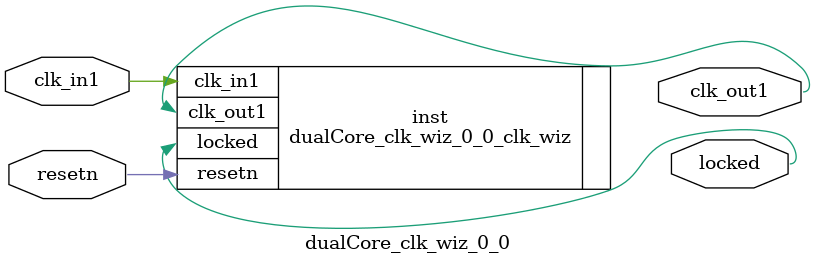
<source format=v>


`timescale 1ps/1ps

(* CORE_GENERATION_INFO = "dualCore_clk_wiz_0_0,clk_wiz_v6_0_6_0_0,{component_name=dualCore_clk_wiz_0_0,use_phase_alignment=true,use_min_o_jitter=false,use_max_i_jitter=false,use_dyn_phase_shift=false,use_inclk_switchover=false,use_dyn_reconfig=false,enable_axi=0,feedback_source=FDBK_AUTO,PRIMITIVE=MMCM,num_out_clk=1,clkin1_period=8.000,clkin2_period=10.000,use_power_down=false,use_reset=true,use_locked=true,use_inclk_stopped=false,feedback_type=SINGLE,CLOCK_MGR_TYPE=NA,manual_override=false}" *)

module dualCore_clk_wiz_0_0 
 (
  // Clock out ports
  output        clk_out1,
  // Status and control signals
  input         resetn,
  output        locked,
 // Clock in ports
  input         clk_in1
 );

  dualCore_clk_wiz_0_0_clk_wiz inst
  (
  // Clock out ports  
  .clk_out1(clk_out1),
  // Status and control signals               
  .resetn(resetn), 
  .locked(locked),
 // Clock in ports
  .clk_in1(clk_in1)
  );

endmodule

</source>
